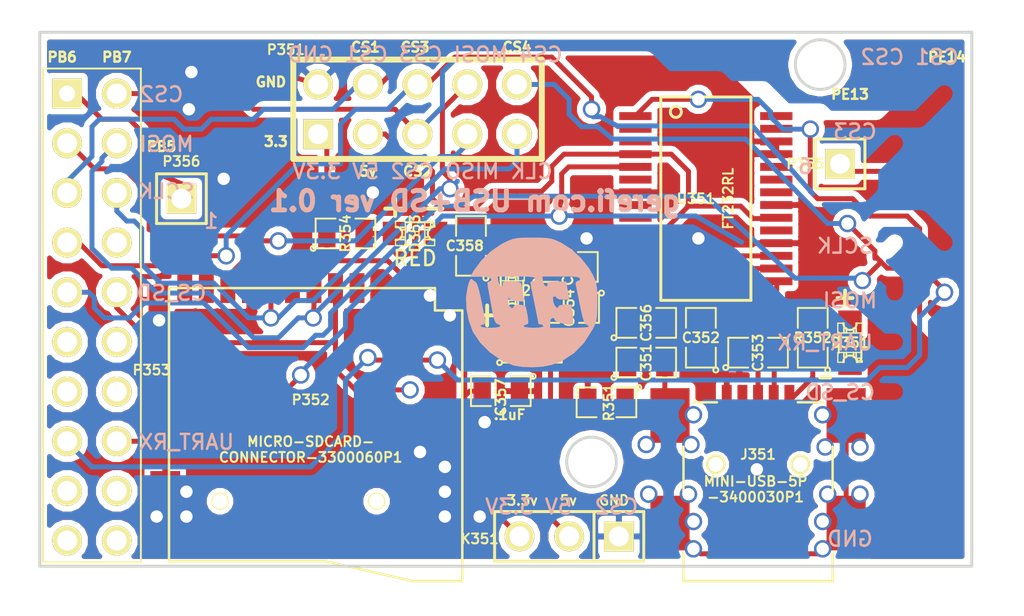
<source format=kicad_pcb>
(kicad_pcb (version 3) (host pcbnew "(2013-07-07 BZR 4022)-stable")
  (title_block (comment 2 Art_Electro) (comment 3 Art_Electro) (comment 4 Art_Electro))
  (layers (15 F.Cu signal) (0 B.Cu signal) (18 B.Paste user) (19 F.Paste user) (20 B.SilkS user) (21 F.SilkS user) (22 B.Mask user) (23 F.Mask user) (28 Edge.Cuts user))
  (net 0 "")
  (net 1 /3.3V)
  (net 2 /5V)
  (net 3 /CAN_TX)
  (net 4 /CS1)
  (net 5 /CS2)
  (net 6 /CS3)
  (net 7 /CS4)
  (net 8 /CS_SD_MODULE)
  (net 9 /SPI_MISO)
  (net 10 /SPI_MOSI)
  (net 11 /SPI_SCK)
  (net 12 /USART_RX)
  (net 13 /USART_TX)
  (net 14 GND)
  (net 15 N-000001)
  (net 16 N-0000017)
  (net 17 N-0000019)
  (net 18 N-000002)
  (net 19 N-000003)
  (net 20 N-0000039)
  (net 21 N-0000048)
  (net 22 N-0000056)
  (net 23 N-0000058)
  (module MICRO-SDCARD-CONNECTOR-3300060P1 (layer F.Cu) (at 190.5 172.339 270)
    (fp_text reference P352 (at -1.778 0.254 360) (layer F.SilkS) (effects (font (size 0.50038 0.50038) (thickness 0.1016))))
    (fp_text value MICRO-SDCARD-CONNECTOR-3300060P1 hide)
    (pad 1 smd rect (at -7.493 -2.114 270) (size 1.524 0.762) (layers F.Cu F.Paste F.Mask))
    (pad 2 smd rect (at -7.493 -1.014 270) (size 1.524 0.762) (layers F.Cu F.Paste F.Mask) (net 8 /CS_SD_MODULE))
    (pad 3 smd rect (at -7.493 0.086 270) (size 1.524 0.762) (layers F.Cu F.Paste F.Mask) (net 10 /SPI_MOSI))
    (pad 4 smd rect (at -7.493 1.186 270) (size 1.524 0.762) (layers F.Cu F.Paste F.Mask) (net 1 /3.3V))
    (pad 5 smd rect (at -7.493 2.286 270) (size 1.524 0.762) (layers F.Cu F.Paste F.Mask) (net 11 /SPI_SCK))
    (pad 6 smd rect (at -7.493 3.386 270) (size 1.524 0.762) (layers F.Cu F.Paste F.Mask) (net 14 GND))
    (pad 7 smd rect (at -7.493 4.486 270) (size 1.524 0.762) (layers F.Cu F.Paste F.Mask) (net 9 /SPI_MISO))
    (pad 8 smd rect (at -7.493 5.586 270) (size 1.524 0.762) (layers F.Cu F.Paste F.Mask))
    (pad 9 smd rect (at -7.493 6.686 270) (size 1.524 0.762) (layers F.Cu F.Paste F.Mask))
    (pad G301 smd rect (at -6.893 8.032 270) (size 1.524 1.016) (layers F.Cu F.Paste F.Mask) (net 14 GND))
    (pad G302 smd rect (at 2.88 7.686 270) (size 2.032 1.524) (layers F.Cu F.Paste F.Mask) (net 14 GND))
    (pad G303 smd rect (at 2.88 -7.714 270) (size 2.032 1.524) (layers F.Cu F.Paste F.Mask) (net 14 GND))
    (pad G304 smd rect (at -7.101 -6.895 270) (size 1.524 1.524) (layers F.Cu F.Paste F.Mask) (net 14 GND))
    (pad "" np_thru_hole circle (at 3.407 4.886 270) (size 0.889 0.889) (drill 0.762) (layers *.Mask F.SilkS))
    (pad "" np_thru_hole circle (at 3.407 -3.114 270) (size 0.889 0.889) (drill 0.762) (layers *.Mask F.SilkS))
  )
  (module SM0805 (layer F.Cu) (at 207.391 168.656)
    (fp_text reference C351 (at 0 0 90) (layer F.SilkS) (effects (font (size 0.50038 0.50038) (thickness 0.1016))))
    (fp_text value 4700pF hide)
    (pad 1 smd rect (at -0.9525 0) (size 0.889 1.397) (layers F.Cu F.Paste F.Mask) (net 14 GND))
    (pad 2 smd rect (at 0.9525 0) (size 0.889 1.397) (layers F.Cu F.Paste F.Mask) (net 18 N-000002))
  )
  (module SM0805 (layer F.Cu) (at 210.185 167.386 90)
    (fp_text reference C352 (at 0 0 180) (layer F.SilkS) (effects (font (size 0.50038 0.50038) (thickness 0.1016))))
    (fp_text value 47pF hide)
    (pad 1 smd rect (at -0.9525 0 90) (size 0.889 1.397) (layers F.Cu F.Paste F.Mask) (net 14 GND))
    (pad 2 smd rect (at 0.9525 0 90) (size 0.889 1.397) (layers F.Cu F.Paste F.Mask) (net 22 N-0000056))
  )
  (module SM0805 (layer F.Cu) (at 213.106 168.148)
    (fp_text reference C353 (at 0 0 90) (layer F.SilkS) (effects (font (size 0.50038 0.50038) (thickness 0.1016))))
    (fp_text value 47pF hide)
    (pad 1 smd rect (at -0.9525 0) (size 0.889 1.397) (layers F.Cu F.Paste F.Mask) (net 14 GND))
    (pad 2 smd rect (at 0.9525 0) (size 0.889 1.397) (layers F.Cu F.Paste F.Mask) (net 19 N-000003))
  )
  (module SM0805 (layer F.Cu) (at 203.454 165.862 180)
    (fp_text reference C354 (at 0 0 270) (layer F.SilkS) (effects (font (size 0.50038 0.50038) (thickness 0.1016))))
    (fp_text value 4.7uF hide)
    (pad 1 smd rect (at -0.9525 0 180) (size 0.889 1.397) (layers F.Cu F.Paste F.Mask) (net 2 /5V))
    (pad 2 smd rect (at 0.9525 0 180) (size 0.889 1.397) (layers F.Cu F.Paste F.Mask) (net 14 GND))
  )
  (module SM0805 (layer F.Cu) (at 203.3905 163.7665)
    (fp_text reference C355 (at 0 0 90) (layer F.SilkS) (effects (font (size 0.50038 0.50038) (thickness 0.1016))))
    (fp_text value .1uF hide)
    (pad 1 smd rect (at -0.9525 0) (size 0.889 1.397) (layers F.Cu F.Paste F.Mask) (net 14 GND))
    (pad 2 smd rect (at 0.9525 0) (size 0.889 1.397) (layers F.Cu F.Paste F.Mask) (net 2 /5V))
  )
  (module SM0805 (layer F.Cu) (at 207.391 166.624)
    (fp_text reference C356 (at 0 0 90) (layer F.SilkS) (effects (font (size 0.50038 0.50038) (thickness 0.1016))))
    (fp_text value .1uF hide)
    (pad 1 smd rect (at -0.9525 0) (size 0.889 1.397) (layers F.Cu F.Paste F.Mask) (net 14 GND))
    (pad 2 smd rect (at 0.9525 0) (size 0.889 1.397) (layers F.Cu F.Paste F.Mask) (net 20 N-0000039))
  )
  (module LED-0805 (layer F.Cu) (at 217.805 167.64 270)
    (fp_text reference D351 (at 0 0 360) (layer F.SilkS) (effects (font (size 0.50038 0.50038) (thickness 0.1016))))
    (fp_text value GREEN hide)
    (pad 1 smd rect (at -1.04902 0 270) (size 1.19888 1.19888) (layers F.Cu F.Paste F.Mask) (net 17 N-0000019))
    (pad 2 smd rect (at 1.04902 0 270) (size 1.19888 1.19888) (layers F.Cu F.Paste F.Mask) (net 14 GND))
  )
  (module LED-0805 (layer F.Cu) (at 200.533 164.973 90)
    (fp_text reference D352 (at 0 0 180) (layer F.SilkS) (effects (font (size 0.50038 0.50038) (thickness 0.1016))))
    (fp_text value RED hide)
    (pad 1 smd rect (at -1.04902 0 90) (size 1.19888 1.19888) (layers F.Cu F.Paste F.Mask) (net 21 N-0000048))
    (pad 2 smd rect (at 1.04902 0 90) (size 1.19888 1.19888) (layers F.Cu F.Paste F.Mask) (net 14 GND))
  )
  (module SM0805 (layer F.Cu) (at 205.359 170.688 180)
    (fp_text reference R351 (at -0.127 0 270) (layer F.SilkS) (effects (font (size 0.50038 0.50038) (thickness 0.1016))))
    (fp_text value 1M hide)
    (pad 1 smd rect (at -0.9525 0 180) (size 0.889 1.397) (layers F.Cu F.Paste F.Mask) (net 18 N-000002))
    (pad 2 smd rect (at 0.9525 0 180) (size 0.889 1.397) (layers F.Cu F.Paste F.Mask) (net 14 GND))
  )
  (module SM0805 (layer F.Cu) (at 215.9 167.386 90)
    (fp_text reference R352 (at 0 0 180) (layer F.SilkS) (effects (font (size 0.50038 0.50038) (thickness 0.1016))))
    (fp_text value 1k hide)
    (pad 1 smd rect (at -0.9525 0 90) (size 0.889 1.397) (layers F.Cu F.Paste F.Mask) (net 15 N-000001))
    (pad 2 smd rect (at 0.9525 0 90) (size 0.889 1.397) (layers F.Cu F.Paste F.Mask) (net 17 N-0000019))
  )
  (module SM0805 (layer F.Cu) (at 201.549 167.894)
    (fp_text reference R353 (at 0 0 90) (layer F.SilkS) (effects (font (size 0.50038 0.50038) (thickness 0.1016))))
    (fp_text value 1k hide)
    (pad 1 smd rect (at -0.9525 0) (size 0.889 1.397) (layers F.Cu F.Paste F.Mask) (net 21 N-0000048))
    (pad 2 smd rect (at 0.9525 0) (size 0.889 1.397) (layers F.Cu F.Paste F.Mask) (net 2 /5V))
  )
  (module ssop-28 (layer F.Cu) (at 210.439 160.274 270)
    (fp_text reference U351 (at 0 0.508 360) (layer F.SilkS) (effects (font (size 0.50038 0.50038) (thickness 0.1016))))
    (fp_text value FT232RL (at 0 -1.143 270) (layer F.SilkS) (effects (font (size 0.50038 0.50038) (thickness 0.09906))))
    (pad 7 smd rect (at -0.32512 3.59918 270) (size 0.4064 1.651) (layers F.Cu F.Paste F.Mask) (net 14 GND))
    (pad 8 smd rect (at 0.32512 3.59918 270) (size 0.4064 1.651) (layers F.Cu F.Paste F.Mask))
    (pad 9 smd rect (at 0.97536 3.59918 270) (size 0.4064 1.651) (layers F.Cu F.Paste F.Mask))
    (pad 10 smd rect (at 1.6256 3.59918 270) (size 0.4064 1.651) (layers F.Cu F.Paste F.Mask))
    (pad 25 smd rect (at -2.27584 -3.59918 270) (size 0.4064 1.651) (layers F.Cu F.Paste F.Mask) (net 14 GND))
    (pad 4 smd rect (at -2.27584 3.59918 270) (size 0.4064 1.651) (layers F.Cu F.Paste F.Mask) (net 2 /5V))
    (pad 5 smd rect (at -1.6256 3.59918 270) (size 0.4064 1.651) (layers F.Cu F.Paste F.Mask) (net 12 /USART_RX))
    (pad 6 smd rect (at -0.97536 3.59918 270) (size 0.4064 1.651) (layers F.Cu F.Paste F.Mask))
    (pad 18 smd rect (at 2.27584 -3.59918 270) (size 0.4064 1.651) (layers F.Cu F.Paste F.Mask) (net 14 GND))
    (pad 19 smd rect (at 1.6256 -3.59918 270) (size 0.4064 1.651) (layers F.Cu F.Paste F.Mask))
    (pad 20 smd rect (at 0.97536 -3.59918 270) (size 0.4064 1.651) (layers F.Cu F.Paste F.Mask) (net 2 /5V))
    (pad 21 smd rect (at 0.32512 -3.59918 270) (size 0.4064 1.651) (layers F.Cu F.Paste F.Mask) (net 14 GND))
    (pad 22 smd rect (at -0.32512 -3.59918 270) (size 0.4064 1.651) (layers F.Cu F.Paste F.Mask))
    (pad 23 smd rect (at -0.97536 -3.59918 270) (size 0.4064 1.651) (layers F.Cu F.Paste F.Mask))
    (pad 11 smd rect (at 2.27584 3.59918 270) (size 0.4064 1.651) (layers F.Cu F.Paste F.Mask))
    (pad 24 smd rect (at -1.6256 -3.59918 270) (size 0.4064 1.651) (layers F.Cu F.Paste F.Mask))
    (pad 26 smd rect (at -2.92608 -3.59918 270) (size 0.4064 1.651) (layers F.Cu F.Paste F.Mask) (net 14 GND))
    (pad 27 smd rect (at -3.57378 -3.59918 270) (size 0.4064 1.651) (layers F.Cu F.Paste F.Mask))
    (pad 28 smd rect (at -4.22402 -3.59918 270) (size 0.4064 1.651) (layers F.Cu F.Paste F.Mask))
    (pad 1 smd rect (at -4.22402 3.59918 270) (size 0.4064 1.651) (layers F.Cu F.Paste F.Mask) (net 13 /USART_TX))
    (pad 2 smd rect (at -3.57378 3.59918 270) (size 0.4064 1.651) (layers F.Cu F.Paste F.Mask))
    (pad 3 smd rect (at -2.92608 3.59918 270) (size 0.4064 1.651) (layers F.Cu F.Paste F.Mask))
    (pad 12 smd rect (at 2.92608 3.59918 270) (size 0.4064 1.651) (layers F.Cu F.Paste F.Mask))
    (pad 13 smd rect (at 3.57378 3.59918 270) (size 0.4064 1.651) (layers F.Cu F.Paste F.Mask))
    (pad 14 smd rect (at 4.22402 3.59918 270) (size 0.4064 1.651) (layers F.Cu F.Paste F.Mask))
    (pad 15 smd rect (at 4.22402 -3.59918 270) (size 0.4064 1.651) (layers F.Cu F.Paste F.Mask) (net 19 N-000003))
    (pad 16 smd rect (at 3.57378 -3.59918 270) (size 0.4064 1.651) (layers F.Cu F.Paste F.Mask) (net 22 N-0000056))
    (pad 17 smd rect (at 2.92608 -3.59918 270) (size 0.4064 1.651) (layers F.Cu F.Paste F.Mask) (net 20 N-0000039))
  )
  (module LED-0805 (layer F.Cu) (at 195.58 162.052)
    (fp_text reference D353 (at 0 0 90) (layer F.SilkS) (effects (font (size 0.50038 0.50038) (thickness 0.1016))))
    (fp_text value RED (at 0 1.27) (layer F.SilkS) (effects (font (size 0.762 0.762) (thickness 0.127))))
    (pad 1 smd rect (at -1.04902 0) (size 1.19888 1.19888) (layers F.Cu F.Paste F.Mask) (net 23 N-0000058))
    (pad 2 smd rect (at 1.04902 0) (size 1.19888 1.19888) (layers F.Cu F.Paste F.Mask) (net 14 GND))
  )
  (module SM0805 (layer F.Cu) (at 192.024 162.052)
    (fp_text reference R354 (at 0 0 90) (layer F.SilkS) (effects (font (size 0.50038 0.50038) (thickness 0.1016))))
    (fp_text value 1k hide)
    (pad 1 smd rect (at -0.9525 0) (size 0.889 1.397) (layers F.Cu F.Paste F.Mask) (net 1 /3.3V))
    (pad 2 smd rect (at 0.9525 0) (size 0.889 1.397) (layers F.Cu F.Paste F.Mask) (net 23 N-0000058))
  )
  (module PIN_ARRAY_3_A (layer F.Cu) (at 203.454 177.546 180)
    (fp_text reference K351 (at 4.572 -0.127 180) (layer F.SilkS) (effects (font (size 0.50038 0.50038) (thickness 0.1016))))
    (fp_text value CONN_3 hide)
    (pad 1 thru_hole rect (at -2.54 0 180) (size 1.524 1.524) (drill 1.016) (layers *.Cu *.Mask F.SilkS) (net 14 GND))
    (pad 2 thru_hole circle (at 0 0 180) (size 1.524 1.524) (drill 1.016) (layers *.Cu *.Mask F.SilkS) (net 2 /5V))
    (pad 3 thru_hole circle (at 2.54 0 180) (size 1.524 1.524) (drill 1.016) (layers *.Cu *.Mask F.SilkS) (net 1 /3.3V))
  )
  (module PIN_ARRAY_10X2 (layer F.Cu) (at 179.07 166.37 270)
    (fp_text reference P353 (at 2.667 -3.048 360) (layer F.SilkS) (effects (font (size 0.50038 0.50038) (thickness 0.1016))))
    (fp_text value CONN_10X2 hide)
    (pad 1 thru_hole rect (at -11.47064 1.27 270) (size 1.524 1.524) (drill 0.8128) (layers *.Cu *.Mask F.SilkS) (net 3 /CAN_TX))
    (pad 2 thru_hole circle (at -11.47064 -1.27 270) (size 1.524 1.524) (drill 1.016) (layers *.Cu *.Mask F.SilkS) (net 5 /CS2))
    (pad 3 thru_hole circle (at -8.93064 1.27 270) (size 1.524 1.524) (drill 1.016) (layers *.Cu *.Mask F.SilkS) (net 9 /SPI_MISO))
    (pad 4 thru_hole circle (at -8.93064 -1.27 270) (size 1.524 1.524) (drill 1.016) (layers *.Cu *.Mask F.SilkS) (net 10 /SPI_MOSI))
    (pad 5 thru_hole circle (at -6.39064 1.27 270) (size 1.524 1.524) (drill 1.016) (layers *.Cu *.Mask F.SilkS) (net 4 /CS1))
    (pad 6 thru_hole circle (at -6.39064 -1.27 270) (size 1.524 1.524) (drill 1.016) (layers *.Cu *.Mask F.SilkS) (net 11 /SPI_SCK))
    (pad 7 thru_hole circle (at -3.85064 1.27 270) (size 1.524 1.524) (drill 1.016) (layers *.Cu *.Mask F.SilkS) (net 6 /CS3))
    (pad 8 thru_hole circle (at -3.85064 -1.27 270) (size 1.524 1.524) (drill 1.016) (layers *.Cu *.Mask F.SilkS))
    (pad 9 thru_hole circle (at -1.31064 1.27 270) (size 1.524 1.524) (drill 1.016) (layers *.Cu *.Mask F.SilkS) (net 7 /CS4))
    (pad 10 thru_hole circle (at -1.31064 -1.27 270) (size 1.524 1.524) (drill 1.016) (layers *.Cu *.Mask F.SilkS) (net 8 /CS_SD_MODULE))
    (pad 11 thru_hole circle (at 1.22936 1.27 270) (size 1.524 1.524) (drill 1.016) (layers *.Cu *.Mask F.SilkS))
    (pad 12 thru_hole circle (at 1.22936 -1.27 270) (size 1.524 1.524) (drill 1.016) (layers *.Cu *.Mask F.SilkS))
    (pad 13 thru_hole circle (at 3.76936 1.27 270) (size 1.524 1.524) (drill 1.016) (layers *.Cu *.Mask F.SilkS))
    (pad 14 thru_hole circle (at 3.76936 -1.27 270) (size 1.524 1.524) (drill 1.016) (layers *.Cu *.Mask F.SilkS))
    (pad 15 thru_hole circle (at 6.30936 1.27 270) (size 1.524 1.524) (drill 1.016) (layers *.Cu *.Mask F.SilkS) (net 13 /USART_TX))
    (pad 16 thru_hole circle (at 6.30936 -1.27 270) (size 1.524 1.524) (drill 1.016) (layers *.Cu *.Mask F.SilkS) (net 12 /USART_RX))
    (pad 17 thru_hole circle (at 8.84936 1.27 270) (size 1.524 1.524) (drill 1.016) (layers *.Cu *.Mask F.SilkS))
    (pad 18 thru_hole circle (at 8.84936 -1.27 270) (size 1.524 1.524) (drill 1.016) (layers *.Cu *.Mask F.SilkS))
    (pad 19 thru_hole circle (at 11.38936 1.27 270) (size 1.524 1.524) (drill 1.016) (layers *.Cu *.Mask F.SilkS))
    (pad 20 thru_hole circle (at 11.38936 -1.27 270) (size 1.524 1.524) (drill 1.016) (layers *.Cu *.Mask F.SilkS))
  )
  (module MINI-USB-5P-3400020P1 (layer F.Cu) (at 213.106 175.26)
    (fp_text reference J351 (at 0 -1.905) (layer F.SilkS) (effects (font (size 0.50038 0.50038) (thickness 0.1016))))
    (fp_text value MINI-USB-5P-3400020P1 hide)
    (pad 5 smd rect (at -1.6 -4.191) (size 0.508 2.54) (layers F.Cu F.Paste F.Mask) (net 14 GND))
    (pad 4 smd rect (at -0.8 -4.191) (size 0.508 2.54) (layers F.Cu F.Paste F.Mask))
    (pad 3 smd rect (at 0 -4.191) (size 0.508 2.54) (layers F.Cu F.Paste F.Mask) (net 22 N-0000056))
    (pad 2 smd rect (at 0.8 -4.191) (size 0.508 2.54) (layers F.Cu F.Paste F.Mask) (net 19 N-000003))
    (pad 1 smd rect (at 1.6 -4.191) (size 0.508 2.54) (layers F.Cu F.Paste F.Mask) (net 15 N-000001))
    (pad 6 smd rect (at -4.5 1.603 90) (size 2.794 2) (layers F.Cu F.Paste F.Mask) (net 18 N-000002))
    (pad 6 smd rect (at 4.5 1.603 90) (size 2.794 2) (layers F.Cu F.Paste F.Mask) (net 18 N-000002))
    (pad 6 smd rect (at -4.5 -3.897 90) (size 2.794 2) (layers F.Cu F.Paste F.Mask) (net 18 N-000002))
    (pad 6 smd rect (at 4.5 -3.897 90) (size 2.794 2) (layers F.Cu F.Paste F.Mask) (net 18 N-000002))
    (pad "" np_thru_hole circle (at -2.159 -1.397 90) (size 1.016 1.016) (drill 0.762) (layers *.Mask F.SilkS))
    (pad "" np_thru_hole circle (at 2.159 -1.397 90) (size 1.016 1.016) (drill 0.762) (layers *.Mask F.SilkS))
  )
  (module PIN_ARRAY_1 (layer F.Cu) (at 217.297 158.496)
    (fp_text reference P355 (at -1.778 0) (layer F.SilkS) (effects (font (size 0.50038 0.50038) (thickness 0.1016))))
    (fp_text value CONN_1 hide)
    (pad 1 thru_hole rect (at 0 0) (size 1.524 1.524) (drill 1.016) (layers *.Cu *.Mask F.SilkS) (net 16 N-0000017))
  )
  (module PIN_ARRAY_5x2 (layer F.Cu) (at 195.707 155.702)
    (fp_text reference P351 (at -6.731 -3.048) (layer F.SilkS) (effects (font (size 0.50038 0.50038) (thickness 0.1016))))
    (fp_text value CONN_5X2 hide)
    (pad 1 thru_hole rect (at -5.08 1.27) (size 1.524 1.524) (drill 1.016) (layers *.Cu *.Mask F.SilkS) (net 1 /3.3V))
    (pad 2 thru_hole circle (at -5.08 -1.27) (size 1.524 1.524) (drill 1.016) (layers *.Cu *.Mask F.SilkS) (net 14 GND))
    (pad 3 thru_hole circle (at -2.54 1.27) (size 1.524 1.524) (drill 1.016) (layers *.Cu *.Mask F.SilkS) (net 2 /5V))
    (pad 4 thru_hole circle (at -2.54 -1.27) (size 1.524 1.524) (drill 1.016) (layers *.Cu *.Mask F.SilkS) (net 4 /CS1))
    (pad 5 thru_hole circle (at 0 1.27) (size 1.524 1.524) (drill 1.016) (layers *.Cu *.Mask F.SilkS) (net 5 /CS2))
    (pad 6 thru_hole circle (at 0 -1.27) (size 1.524 1.524) (drill 1.016) (layers *.Cu *.Mask F.SilkS) (net 6 /CS3))
    (pad 7 thru_hole circle (at 2.54 1.27) (size 1.524 1.524) (drill 1.016) (layers *.Cu *.Mask F.SilkS) (net 9 /SPI_MISO))
    (pad 8 thru_hole circle (at 2.54 -1.27) (size 1.524 1.524) (drill 1.016) (layers *.Cu *.Mask F.SilkS) (net 10 /SPI_MOSI))
    (pad 9 thru_hole circle (at 5.08 1.27) (size 1.524 1.524) (drill 1.016) (layers *.Cu *.Mask F.SilkS) (net 11 /SPI_SCK))
    (pad 10 thru_hole circle (at 5.08 -1.27) (size 1.524 1.524) (drill 1.016) (layers *.Cu *.Mask F.SilkS) (net 7 /CS4))
  )
  (module PIN_ARRAY_1 (layer F.Cu) (at 183.642 160.274)
    (fp_text reference P356 (at 0 -1.905) (layer F.SilkS) (effects (font (size 0.50038 0.50038) (thickness 0.1016))))
    (fp_text value CONN_1 hide)
    (pad 1 thru_hole rect (at 0 0) (size 1.524 1.524) (drill 1.016) (layers *.Cu *.Mask F.SilkS) (net 3 /CAN_TX))
  )
  (module LOGO_F (layer B.Cu) (at 201.549 165.608)
    (fp_text reference G305 hide)
    (fp_text value LOGO hide)
  )
  (module SM0805 (layer F.Cu) (at 199.9615 170.1165 180)
    (fp_text reference C357 (at 0 -0.3175 270) (layer F.SilkS) (effects (font (size 0.50038 0.50038) (thickness 0.10922))))
    (fp_text value .1uF (at -0.4445 -1.2065 180) (layer F.SilkS) (effects (font (size 0.50038 0.50038) (thickness 0.10922))))
    (pad 1 smd rect (at -0.9525 0 180) (size 0.889 1.397) (layers F.Cu F.Paste F.Mask) (net 14 GND))
    (pad 2 smd rect (at 0.9525 0 180) (size 0.889 1.397) (layers F.Cu F.Paste F.Mask) (net 1 /3.3V))
  )
  (module SM0805 (layer F.Cu) (at 198.4375 162.687 90)
    (fp_text reference C358 (at 0 -0.3175 180) (layer F.SilkS) (effects (font (size 0.50038 0.50038) (thickness 0.10922))))
    (fp_text value 4.7uF hide)
    (pad 1 smd rect (at -0.9525 0 90) (size 0.889 1.397) (layers F.Cu F.Paste F.Mask) (net 1 /3.3V))
    (pad 2 smd rect (at 0.9525 0 90) (size 0.889 1.397) (layers F.Cu F.Paste F.Mask) (net 14 GND))
  )
  (gr_text 6 (at 215.519 158.623) (layer B.SilkS) (effects (font (size 0.762 0.762) (thickness 0.127)) (justify mirror)))
  (gr_text 1 (at 185.166 161.417) (layer B.SilkS) (effects (font (size 0.762 0.762) (thickness 0.127)) (justify mirror)))
  (gr_text "CLK MISO CS2 5V 3.3V" (at 195.961 158.877) (layer B.SilkS) (effects (font (size 0.762 0.762) (thickness 0.127)) (justify mirror)))
  (gr_text "CS4 MOSI CS3 CS1 GND" (at 196.088 152.908) (layer B.SilkS) (effects (font (size 0.762 0.762) (thickness 0.127)) (justify mirror)))
  (gr_text "CS2  5V 3.3V" (at 203.073 176.022) (layer B.SilkS) (effects (font (size 0.762 0.762) (thickness 0.127)) (justify mirror)))
  (gr_text MOSI (at 182.88 157.48) (layer B.SilkS) (effects (font (size 0.762 0.762) (thickness 0.127)) (justify mirror)))
  (gr_text UART_RX (at 183.896 172.72) (layer B.SilkS) (effects (font (size 0.762 0.762) (thickness 0.127)) (justify mirror)))
  (gr_text CS_SD (at 183.134 165.1) (layer B.SilkS) (effects (font (size 0.762 0.762) (thickness 0.127)) (justify mirror)))
  (gr_text SCLK (at 182.88 159.893) (layer B.SilkS) (effects (font (size 0.762 0.762) (thickness 0.127)) (justify mirror)))
  (gr_text GND (at 217.805 177.673) (layer B.SilkS) (effects (font (size 0.762 0.762) (thickness 0.127)) (justify mirror)))
  (gr_text CS_SD (at 217.297 170.18) (layer B.SilkS) (effects (font (size 0.762 0.762) (thickness 0.127)) (justify mirror)))
  (gr_text UART_RX (at 216.535 167.64) (layer B.SilkS) (effects (font (size 0.762 0.762) (thickness 0.127)) (justify mirror)))
  (gr_text CS2 (at 182.626 154.94) (layer B.SilkS) (effects (font (size 0.762 0.762) (thickness 0.127)) (justify mirror)))
  (gr_text MOSI (at 217.805 165.481) (layer B.SilkS) (effects (font (size 0.762 0.762) (thickness 0.127)) (justify mirror)))
  (gr_text SCLK (at 217.551 162.687) (layer B.SilkS) (effects (font (size 0.762 0.762) (thickness 0.127)) (justify mirror)))
  (gr_text CS3 (at 218.059 156.845) (layer B.SilkS) (effects (font (size 0.762 0.762) (thickness 0.127)) (justify mirror)))
  (gr_text "CS1 CS2" (at 220.853 153.035) (layer B.SilkS) (effects (font (size 0.762 0.762) (thickness 0.127)) (justify mirror)))
  (gr_line (start 194.945 160.782) (end 195.072 160.782) (angle 90) (layer F.SilkS) (width 0.2))
  (gr_line (start 194.564 161.163) (end 194.564 160.274) (angle 90) (layer F.SilkS) (width 0.2))
  (gr_line (start 194.056 160.782) (end 194.945 160.782) (angle 90) (layer F.SilkS) (width 0.2))
  (gr_line (start 196.215 160.782) (end 196.977 160.782) (angle 90) (layer F.SilkS) (width 0.2))
  (gr_line (start 199.263 165.735) (end 199.263 166.751) (angle 90) (layer F.SilkS) (width 0.2))
  (gr_line (start 198.882 166.243) (end 199.644 166.243) (angle 90) (layer F.SilkS) (width 0.2))
  (gr_line (start 200.152 162.814) (end 200.787 162.814) (angle 90) (layer F.SilkS) (width 0.2))
  (gr_line (start 216.789 169.418) (end 216.281 169.418) (angle 90) (layer F.SilkS) (width 0.2))
  (gr_line (start 217.551 165.735) (end 217.551 164.973) (angle 90) (layer F.SilkS) (width 0.2))
  (gr_line (start 217.17 165.354) (end 217.932 165.354) (angle 90) (layer F.SilkS) (width 0.2))
  (gr_text PB5 (at 182.626 157.607) (layer F.SilkS) (effects (font (size 0.50038 0.50038) (thickness 0.125095))))
  (gr_text CS2 (at 195.707 158.877) (layer F.SilkS) (effects (font (size 0.50038 0.50038) (thickness 0.125095))))
  (gr_text CS4 (at 200.787 152.527) (layer F.SilkS) (effects (font (size 0.50038 0.50038) (thickness 0.125095))))
  (gr_text CS3 (at 195.58 152.527) (layer F.SilkS) (effects (font (size 0.50038 0.50038) (thickness 0.125095))))
  (gr_text CS1 (at 193.04 152.527) (layer F.SilkS) (effects (font (size 0.50038 0.50038) (thickness 0.125095))))
  (gr_text 5v (at 193.167 158.877) (layer F.SilkS) (effects (font (size 0.50038 0.50038) (thickness 0.125095))))
  (gr_text 3.3 (at 188.468 157.353) (layer F.SilkS) (effects (font (size 0.50038 0.50038) (thickness 0.125095))))
  (gr_text PB7 (at 180.34 153.035) (layer F.SilkS) (effects (font (size 0.50038 0.50038) (thickness 0.125095))))
  (gr_text PB6 (at 177.546 153.035) (layer F.SilkS) (effects (font (size 0.50038 0.50038) (thickness 0.125095))))
  (gr_text GND (at 188.214 154.305) (layer F.SilkS) (effects (font (size 0.50038 0.50038) (thickness 0.125095))))
  (gr_text PE14 (at 222.758 153.035) (layer F.SilkS) (effects (font (size 0.50038 0.50038) (thickness 0.125095))))
  (gr_text PE13 (at 217.805 154.94) (layer F.SilkS) (effects (font (size 0.50038 0.50038) (thickness 0.125095))))
  (gr_text "3.3v   5v   GND" (at 203.3905 175.7045) (layer F.SilkS) (effects (font (size 0.50038 0.50038) (thickness 0.1016))))
  (gr_text "gerefi.com USB+SD ver 0.1" (at 198.628 160.401) (layer B.SilkS) (effects (font (size 1 1) (thickness 0.25)) (justify mirror)))
  (gr_text "MINI-USB-5P\n-3400030P1" (at 212.979 175.133) (layer F.SilkS) (effects (font (size 0.50038 0.50038) (thickness 0.1016))))
  (gr_text "MICRO-SDCARD-\nCONNECTOR-3300060P1" (at 190.246 173.101) (layer F.SilkS) (effects (font (size 0.50038 0.50038) (thickness 0.1016))))
  (gr_line (start 224.028 179.07) (end 224.028 151.765) (angle 90) (layer Edge.Cuts) (width 0.15))
  (gr_line (start 224.028 151.765) (end 176.403 151.765) (angle 90) (layer Edge.Cuts) (width 0.15))
  (gr_line (start 176.403 179.07) (end 224.028 179.07) (angle 90) (layer Edge.Cuts) (width 0.15))
  (gr_line (start 176.403 151.765) (end 176.403 179.07) (angle 90) (layer Edge.Cuts) (width 0.15))
  (gr_circle (center 204.597 173.736) (end 205.867 173.736) (layer Edge.Cuts) (width 0.15))
  (gr_circle (center 216.281 153.416) (end 217.551 153.416) (layer Edge.Cuts) (width 0.15))
  (segment (start 198.12 172.466) (end 198.12 173.482) (width 0.254) (layer F.Cu) (net 1))
  (segment (start 198.12 170.3705) (end 198.12 172.466) (width 0.254) (layer F.Cu) (net 1))
  (segment (start 199.644 176.276) (end 200.914 177.546) (width 0.254) (layer F.Cu) (net 1))
  (segment (start 199.644 174.1805) (end 199.644 176.276) (width 0.254) (layer F.Cu) (net 1))
  (segment (start 199.1995 173.736) (end 199.644 174.1805) (width 0.254) (layer F.Cu) (net 1))
  (segment (start 198.374 173.736) (end 199.1995 173.736) (width 0.254) (layer F.Cu) (net 1))
  (segment (start 198.12 173.482) (end 198.374 173.736) (width 0.254) (layer F.Cu) (net 1))
  (segment (start 198.4375 163.6395) (end 195.326 163.6395) (width 0.254) (layer F.Cu) (net 1))
  (segment (start 195.326 163.6395) (end 194.84975 164.11575) (width 0.254) (layer F.Cu) (net 1))
  (segment (start 199.009 170.1165) (end 198.374 170.1165) (width 0.254) (layer F.Cu) (net 1))
  (segment (start 198.374 170.1165) (end 198.12 170.3705) (width 0.254) (layer F.Cu) (net 1))
  (segment (start 191.0715 162.052) (end 191.0715 157.4165) (width 0.254) (layer F.Cu) (net 1))
  (segment (start 191.0715 157.4165) (end 190.627 156.972) (width 0.254) (layer F.Cu) (net 1))
  (segment (start 191.0715 162.052) (end 191.0715 163.449) (width 0.254) (layer F.Cu) (net 1))
  (segment (start 191.0715 163.449) (end 191.135 163.449) (width 0.254) (layer F.Cu) (net 1))
  (segment (start 190.5635 163.449) (end 189.865 163.449) (width 0.254) (layer F.Cu) (net 1))
  (segment (start 190.627 163.449) (end 191.135 163.449) (width 0.254) (layer F.Cu) (net 1))
  (segment (start 190.5635 163.449) (end 190.627 163.449) (width 0.254) (layer F.Cu) (net 1))
  (segment (start 189.865 163.449) (end 189.314 164) (width 0.254) (layer F.Cu) (net 1))
  (segment (start 189.314 164) (end 189.314 164.846) (width 0.254) (layer F.Cu) (net 1))
  (segment (start 195.453 164.719) (end 195.453 165.862) (width 0.254) (layer F.Cu) (net 1))
  (segment (start 195.453 165.862) (end 196.977 167.386) (width 0.254) (layer F.Cu) (net 1))
  (segment (start 196.977 167.386) (end 198.12 168.529) (width 0.254) (layer F.Cu) (net 1))
  (segment (start 198.12 168.529) (end 198.12 170.3705) (width 0.254) (layer F.Cu) (net 1))
  (segment (start 191.135 163.449) (end 194.183 163.449) (width 0.254) (layer F.Cu) (net 1))
  (segment (start 194.183 163.449) (end 194.84975 164.11575) (width 0.254) (layer F.Cu) (net 1))
  (segment (start 194.84975 164.11575) (end 195.453 164.719) (width 0.254) (layer F.Cu) (net 1))
  (segment (start 202.5015 167.894) (end 202.5015 171.7675) (width 0.254) (layer F.Cu) (net 2))
  (segment (start 201.549 175.641) (end 203.454 177.546) (width 0.254) (layer F.Cu) (net 2))
  (segment (start 201.549 172.72) (end 201.549 175.641) (width 0.254) (layer F.Cu) (net 2))
  (segment (start 202.5015 171.7675) (end 201.549 172.72) (width 0.254) (layer F.Cu) (net 2))
  (segment (start 204.4065 165.862) (end 204.4065 163.83) (width 0.254) (layer F.Cu) (net 2))
  (segment (start 204.4065 163.83) (end 204.343 163.7665) (width 0.254) (layer F.Cu) (net 2))
  (segment (start 193.167 156.972) (end 194.056 156.972) (width 0.254) (layer F.Cu) (net 2))
  (segment (start 202.565 159.385) (end 202.565 158.623) (width 0.254) (layer F.Cu) (net 2))
  (segment (start 202.565 158.623) (end 203.18984 157.99816) (width 0.254) (layer F.Cu) (net 2))
  (segment (start 203.18984 157.99816) (end 206.83982 157.99816) (width 0.254) (layer F.Cu) (net 2))
  (segment (start 198.12 160.782) (end 197.739 160.782) (width 0.254) (layer F.Cu) (net 2))
  (segment (start 198.628 160.782) (end 198.12 160.782) (width 0.254) (layer F.Cu) (net 2))
  (segment (start 202.057 159.893) (end 202.565 159.385) (width 0.254) (layer F.Cu) (net 2))
  (segment (start 199.517 159.893) (end 198.628 160.782) (width 0.254) (layer F.Cu) (net 2))
  (segment (start 200.787 159.893) (end 199.517 159.893) (width 0.254) (layer F.Cu) (net 2))
  (segment (start 200.787 159.893) (end 202.057 159.893) (width 0.254) (layer F.Cu) (net 2))
  (segment (start 196.977 160.782) (end 197.739 160.782) (width 0.254) (layer F.Cu) (net 2))
  (segment (start 196.469 160.274) (end 196.977 160.782) (width 0.254) (layer F.Cu) (net 2))
  (segment (start 196.469 158.877) (end 196.469 160.274) (width 0.254) (layer F.Cu) (net 2))
  (segment (start 195.961 158.369) (end 196.469 158.877) (width 0.254) (layer F.Cu) (net 2))
  (segment (start 194.945 158.369) (end 195.961 158.369) (width 0.254) (layer F.Cu) (net 2))
  (segment (start 194.564 157.988) (end 194.945 158.369) (width 0.254) (layer F.Cu) (net 2))
  (segment (start 194.564 157.48) (end 194.564 157.988) (width 0.254) (layer F.Cu) (net 2))
  (segment (start 194.056 156.972) (end 194.564 157.48) (width 0.254) (layer F.Cu) (net 2))
  (segment (start 209.55 160.655) (end 212.217 160.655) (width 0.254) (layer F.Cu) (net 2))
  (segment (start 213.99754 161.29) (end 214.03818 161.24936) (width 0.254) (layer F.Cu) (net 2))
  (segment (start 212.852 161.29) (end 213.99754 161.29) (width 0.254) (layer F.Cu) (net 2))
  (segment (start 212.598 161.036) (end 212.852 161.29) (width 0.254) (layer F.Cu) (net 2))
  (segment (start 212.217 160.655) (end 212.598 161.036) (width 0.254) (layer F.Cu) (net 2))
  (segment (start 209.55 159.258) (end 209.55 158.877) (width 0.254) (layer F.Cu) (net 2))
  (segment (start 209.55 160.655) (end 209.55 159.258) (width 0.254) (layer F.Cu) (net 2))
  (segment (start 208.67116 157.99816) (end 206.83982 157.99816) (width 0.254) (layer F.Cu) (net 2))
  (segment (start 209.55 158.877) (end 208.67116 157.99816) (width 0.254) (layer F.Cu) (net 2))
  (segment (start 208.534 163.957) (end 208.534 164.592) (width 0.254) (layer F.Cu) (net 2))
  (segment (start 208.534 162.179) (end 208.534 163.957) (width 0.254) (layer F.Cu) (net 2))
  (segment (start 205.0415 165.227) (end 204.4065 165.862) (width 0.254) (layer F.Cu) (net 2))
  (segment (start 207.899 165.227) (end 205.0415 165.227) (width 0.254) (layer F.Cu) (net 2))
  (segment (start 208.534 164.592) (end 207.899 165.227) (width 0.254) (layer F.Cu) (net 2))
  (segment (start 202.5015 167.894) (end 203.454 167.894) (width 0.254) (layer F.Cu) (net 2))
  (segment (start 204.4065 166.9415) (end 204.4065 165.862) (width 0.254) (layer F.Cu) (net 2))
  (segment (start 203.454 167.894) (end 204.4065 166.9415) (width 0.254) (layer F.Cu) (net 2))
  (segment (start 208.534 162.052) (end 208.534 161.671) (width 0.254) (layer F.Cu) (net 2))
  (segment (start 208.534 161.671) (end 209.55 160.655) (width 0.254) (layer F.Cu) (net 2))
  (segment (start 209.55 160.655) (end 209.59064 160.61436) (width 0.254) (layer F.Cu) (net 2))
  (segment (start 209.50936 160.61436) (end 209.59064 160.61436) (width 0.254) (layer F.Cu) (net 2))
  (segment (start 177.8 154.89936) (end 178.26736 154.89936) (width 0.254) (layer F.Cu) (net 3))
  (segment (start 183.642 159.512) (end 183.642 160.274) (width 0.254) (layer F.Cu) (net 3))
  (segment (start 181.61 158.623) (end 183.642 159.512) (width 0.254) (layer F.Cu) (net 3))
  (segment (start 181.61 156.845) (end 181.61 158.623) (width 0.254) (layer F.Cu) (net 3))
  (segment (start 180.975 156.21) (end 181.61 156.845) (width 0.254) (layer F.Cu) (net 3))
  (segment (start 179.578 156.21) (end 180.975 156.21) (width 0.254) (layer F.Cu) (net 3))
  (segment (start 178.26736 154.89936) (end 179.578 156.21) (width 0.254) (layer F.Cu) (net 3))
  (segment (start 193.802 154.432) (end 195.707 152.527) (width 0.254) (layer F.Cu) (net 4))
  (segment (start 195.707 152.527) (end 203.1365 152.527) (width 0.254) (layer F.Cu) (net 4))
  (segment (start 203.1365 152.527) (end 203.2 152.527) (width 0.254) (layer F.Cu) (net 4))
  (segment (start 193.167 154.432) (end 193.802 154.432) (width 0.254) (layer F.Cu) (net 4))
  (segment (start 193.167 154.432) (end 192.659 154.432) (width 0.254) (layer B.Cu) (net 4))
  (segment (start 183.769 156.718) (end 184.658 156.718) (width 0.254) (layer B.Cu) (net 4))
  (segment (start 184.658 156.718) (end 185.166 156.21) (width 0.254) (layer B.Cu) (net 4))
  (segment (start 185.166 156.21) (end 187.325 156.21) (width 0.254) (layer B.Cu) (net 4))
  (segment (start 183.261 156.21) (end 183.769 156.718) (width 0.254) (layer B.Cu) (net 4))
  (segment (start 179.451 156.21) (end 183.261 156.21) (width 0.254) (layer B.Cu) (net 4))
  (segment (start 179.07 158.115) (end 179.07 156.591) (width 0.254) (layer B.Cu) (net 4))
  (segment (start 177.8 159.385) (end 179.07 158.115) (width 0.254) (layer B.Cu) (net 4))
  (segment (start 177.8 159.385) (end 177.8 159.97936) (width 0.254) (layer B.Cu) (net 4))
  (segment (start 179.07 156.591) (end 179.451 156.21) (width 0.254) (layer B.Cu) (net 4))
  (segment (start 187.833 155.702) (end 187.325 156.21) (width 0.254) (layer B.Cu) (net 4))
  (segment (start 191.389 155.702) (end 187.833 155.702) (width 0.254) (layer B.Cu) (net 4))
  (segment (start 192.659 154.432) (end 191.389 155.702) (width 0.254) (layer B.Cu) (net 4))
  (segment (start 193.802 154.559) (end 193.167 154.559) (width 0.254) (layer F.Cu) (net 4))
  (segment (start 196.977 154.051) (end 196.977 153.797) (width 0.254) (layer B.Cu) (net 5))
  (segment (start 196.977 153.797) (end 197.612 153.162) (width 0.254) (layer B.Cu) (net 5))
  (segment (start 195.707 156.972) (end 195.707 156.845) (width 0.254) (layer B.Cu) (net 5))
  (segment (start 196.977 155.575) (end 196.977 154.051) (width 0.254) (layer B.Cu) (net 5))
  (segment (start 196.977 154.051) (end 196.977 154.000202) (width 0.254) (layer B.Cu) (net 5))
  (segment (start 195.707 156.845) (end 196.977 155.575) (width 0.254) (layer B.Cu) (net 5))
  (segment (start 180.34 154.89936) (end 186.52236 154.89936) (width 0.254) (layer F.Cu) (net 5))
  (segment (start 194.564 155.702) (end 195.707 156.972) (width 0.254) (layer F.Cu) (net 5))
  (segment (start 187.325 155.702) (end 194.564 155.702) (width 0.254) (layer F.Cu) (net 5))
  (segment (start 186.52236 154.89936) (end 187.325 155.702) (width 0.254) (layer F.Cu) (net 5))
  (segment (start 201.422 153.035) (end 202.565 153.035) (width 0.254) (layer F.Cu) (net 6))
  (segment (start 196.215 154.432) (end 197.612 153.035) (width 0.254) (layer F.Cu) (net 6))
  (segment (start 197.612 153.035) (end 201.422 153.035) (width 0.254) (layer F.Cu) (net 6))
  (segment (start 195.707 154.432) (end 196.215 154.432) (width 0.254) (layer F.Cu) (net 6))
  (segment (start 204.597 155.067) (end 204.597 155.702) (width 0.254) (layer F.Cu) (net 6))
  (segment (start 202.565 153.035) (end 204.597 155.067) (width 0.254) (layer F.Cu) (net 6))
  (segment (start 191.77 158.496) (end 189.611 158.496) (width 0.254) (layer B.Cu) (net 6))
  (segment (start 178.39436 162.51936) (end 179.578 163.703) (width 0.254) (layer F.Cu) (net 6))
  (segment (start 179.578 163.703) (end 182.372 163.703) (width 0.254) (layer F.Cu) (net 6))
  (segment (start 182.372 163.703) (end 182.88 163.195) (width 0.254) (layer F.Cu) (net 6))
  (segment (start 177.8 162.51936) (end 178.39436 162.51936) (width 0.254) (layer F.Cu) (net 6))
  (segment (start 182.88 163.195) (end 185.928 163.195) (width 0.254) (layer F.Cu) (net 6))
  (via (at 185.928 163.195) (size 0.889) (layers F.Cu B.Cu) (net 6))
  (segment (start 195.453 154.432) (end 194.183 155.702) (width 0.254) (layer B.Cu) (net 6))
  (segment (start 194.183 155.702) (end 192.532 155.702) (width 0.254) (layer B.Cu) (net 6))
  (segment (start 192.532 155.702) (end 191.77 156.464) (width 0.254) (layer B.Cu) (net 6))
  (segment (start 191.77 156.464) (end 191.77 158.496) (width 0.254) (layer B.Cu) (net 6))
  (segment (start 195.453 154.432) (end 195.707 154.432) (width 0.254) (layer B.Cu) (net 6))
  (segment (start 185.928 162.179) (end 185.928 163.195) (width 0.254) (layer B.Cu) (net 6))
  (segment (start 189.611 158.496) (end 185.928 162.179) (width 0.254) (layer B.Cu) (net 6))
  (segment (start 205.905101 156.552899) (end 212.813899 156.552899) (width 0.254) (layer B.Cu) (net 6))
  (segment (start 212.813899 156.552899) (end 215.9 160.02) (width 0.254) (layer B.Cu) (net 6))
  (segment (start 204.597 155.702) (end 204.292202 155.702) (width 0.254) (layer B.Cu) (net 6))
  (via (at 204.597 155.702) (size 0.889) (layers F.Cu B.Cu) (net 6))
  (segment (start 205.054202 156.083) (end 205.905101 156.552899) (width 0.254) (layer B.Cu) (net 6))
  (segment (start 204.673202 156.083) (end 205.054202 156.083) (width 0.254) (layer B.Cu) (net 6))
  (segment (start 204.292202 155.702) (end 204.673202 156.083) (width 0.254) (layer B.Cu) (net 6))
  (segment (start 204.346 155.702) (end 204.597 155.702) (width 0.254) (layer F.Cu) (net 6))
  (segment (start 205.905101 156.552899) (end 205.943202 156.591) (width 0.254) (layer B.Cu) (net 6))
  (segment (start 200.787 154.432) (end 202.692 154.432) (width 0.254) (layer B.Cu) (net 7))
  (segment (start 212.471 157.226) (end 205.67762 157.226) (width 0.254) (layer B.Cu) (net 7))
  (segment (start 212.471 157.226) (end 216.662 161.544) (width 0.254) (layer B.Cu) (net 7))
  (segment (start 216.662 161.544) (end 217.678 161.544) (width 0.254) (layer B.Cu) (net 7))
  (via (at 217.678 161.544) (size 0.889) (layers F.Cu B.Cu) (net 7))
  (segment (start 217.678 161.544) (end 219.075 162.941) (width 0.254) (layer F.Cu) (net 7))
  (segment (start 219.075 162.941) (end 219.075 163.322) (width 0.254) (layer F.Cu) (net 7))
  (segment (start 205.67762 157.226) (end 204.91562 156.591) (width 0.254) (layer B.Cu) (net 7))
  (segment (start 204.089 156.591) (end 204.91562 156.591) (width 0.254) (layer B.Cu) (net 7))
  (segment (start 203.454 155.956) (end 204.089 156.591) (width 0.254) (layer B.Cu) (net 7))
  (segment (start 203.454 155.194) (end 203.454 155.956) (width 0.254) (layer B.Cu) (net 7))
  (segment (start 202.692 154.432) (end 203.454 155.194) (width 0.254) (layer B.Cu) (net 7))
  (segment (start 216.408 164.338) (end 218.313 164.338) (width 0.254) (layer B.Cu) (net 7))
  (segment (start 210.439 160.147) (end 214.999418 164.338) (width 0.254) (layer B.Cu) (net 7))
  (segment (start 214.999418 164.338) (end 216.408 164.338) (width 0.254) (layer B.Cu) (net 7))
  (segment (start 191.262 166.497) (end 191.262 166.116) (width 0.254) (layer B.Cu) (net 7))
  (segment (start 198.577202 160.147) (end 205.994 160.147) (width 0.254) (layer B.Cu) (net 7))
  (segment (start 197.815202 160.655) (end 198.577202 160.147) (width 0.254) (layer B.Cu) (net 7))
  (segment (start 196.723 160.655) (end 197.815202 160.655) (width 0.254) (layer B.Cu) (net 7))
  (segment (start 191.262 166.116) (end 196.723 160.655) (width 0.254) (layer B.Cu) (net 7))
  (segment (start 205.994 160.147) (end 210.439 160.147) (width 0.254) (layer B.Cu) (net 7))
  (segment (start 219.329 163.576) (end 219.329 163.449) (width 0.254) (layer F.Cu) (net 7))
  (segment (start 219.3925 163.5125) (end 219.329 163.576) (width 0.254) (layer F.Cu) (net 7))
  (segment (start 218.44 164.465) (end 219.3925 163.5125) (width 0.254) (layer F.Cu) (net 7))
  (via (at 218.44 164.465) (size 0.889) (layers F.Cu B.Cu) (net 7))
  (segment (start 218.313 164.338) (end 218.44 164.465) (width 0.254) (layer B.Cu) (net 7))
  (segment (start 177.8 165.05936) (end 178.90236 165.05936) (width 0.254) (layer B.Cu) (net 7))
  (segment (start 191.262 166.878) (end 191.262 166.497) (width 0.254) (layer B.Cu) (net 7))
  (segment (start 191.262 166.497) (end 191.262 166.455948) (width 0.254) (layer B.Cu) (net 7))
  (segment (start 190.881 167.259) (end 191.262 166.878) (width 0.254) (layer B.Cu) (net 7))
  (segment (start 190.5 167.259) (end 190.881 167.259) (width 0.254) (layer B.Cu) (net 7))
  (segment (start 189.865 167.894) (end 190.5 167.259) (width 0.254) (layer B.Cu) (net 7))
  (segment (start 187.071 167.894) (end 189.865 167.894) (width 0.254) (layer B.Cu) (net 7))
  (segment (start 184.785 165.608) (end 187.071 167.894) (width 0.254) (layer B.Cu) (net 7))
  (segment (start 181.737 165.608) (end 184.785 165.608) (width 0.254) (layer B.Cu) (net 7))
  (segment (start 180.975 166.37) (end 181.737 165.608) (width 0.254) (layer B.Cu) (net 7))
  (segment (start 179.705 166.37) (end 180.975 166.37) (width 0.254) (layer B.Cu) (net 7))
  (segment (start 179.197 165.862) (end 179.705 166.37) (width 0.254) (layer B.Cu) (net 7))
  (segment (start 179.197 165.354) (end 179.197 165.862) (width 0.254) (layer B.Cu) (net 7))
  (segment (start 178.90236 165.05936) (end 179.197 165.354) (width 0.254) (layer B.Cu) (net 7))
  (segment (start 219.202 163.322) (end 219.075 163.195) (width 0.254) (layer F.Cu) (net 7))
  (segment (start 219.075 163.195) (end 219.329 163.449) (width 0.254) (layer F.Cu) (net 7))
  (segment (start 219.329 163.449) (end 219.71 163.83) (width 0.254) (layer F.Cu) (net 7))
  (segment (start 220.726 163.83) (end 221.361 164.465) (width 0.254) (layer F.Cu) (net 7))
  (segment (start 221.361 164.465) (end 221.361 166.3065) (width 0.254) (layer F.Cu) (net 7))
  (segment (start 221.361 166.3065) (end 221.361 166.32936) (width 0.254) (layer F.Cu) (net 7))
  (segment (start 219.71 163.83) (end 220.726 163.83) (width 0.254) (layer F.Cu) (net 7))
  (segment (start 191.514 167.638) (end 191.514 169.035) (width 0.254) (layer F.Cu) (net 8))
  (via (at 195.326 170.053) (size 0.889) (layers F.Cu B.Cu) (net 8))
  (segment (start 192.532 170.053) (end 195.326 170.053) (width 0.254) (layer F.Cu) (net 8))
  (segment (start 191.514 169.035) (end 192.532 170.053) (width 0.254) (layer F.Cu) (net 8))
  (segment (start 180.34 165.05936) (end 180.34 165.862) (width 0.254) (layer F.Cu) (net 8))
  (segment (start 182.116 167.638) (end 191.514 167.638) (width 0.254) (layer F.Cu) (net 8))
  (segment (start 191.514 164.846) (end 191.514 167.638) (width 0.254) (layer F.Cu) (net 8))
  (segment (start 180.34 165.862) (end 182.116 167.638) (width 0.254) (layer F.Cu) (net 8))
  (segment (start 198.247 156.972) (end 198.501 156.972) (width 0.254) (layer B.Cu) (net 9))
  (segment (start 198.247 156.972) (end 198.247 157.48) (width 0.254) (layer B.Cu) (net 9))
  (segment (start 187.452 162.433) (end 187.198 162.433) (width 0.254) (layer F.Cu) (net 9))
  (segment (start 188.595 162.433) (end 187.452 162.433) (width 0.254) (layer F.Cu) (net 9))
  (via (at 188.595 162.433) (size 0.889) (layers F.Cu B.Cu) (net 9))
  (segment (start 192.532 162.433) (end 188.595 162.433) (width 0.254) (layer B.Cu) (net 9))
  (segment (start 196.85 158.115) (end 192.532 162.433) (width 0.254) (layer B.Cu) (net 9))
  (segment (start 197.612 158.115) (end 196.85 158.115) (width 0.254) (layer B.Cu) (net 9))
  (segment (start 198.247 157.48) (end 197.612 158.115) (width 0.254) (layer B.Cu) (net 9))
  (segment (start 181.991 160.02) (end 181.991 161.848798) (width 0.254) (layer F.Cu) (net 9))
  (segment (start 177.8 157.43936) (end 177.88636 157.43936) (width 0.254) (layer F.Cu) (net 9))
  (segment (start 180.721 158.75) (end 181.991 160.02) (width 0.254) (layer F.Cu) (net 9))
  (segment (start 179.197 158.75) (end 180.721 158.75) (width 0.254) (layer F.Cu) (net 9))
  (segment (start 177.88636 157.43936) (end 179.197 158.75) (width 0.254) (layer F.Cu) (net 9))
  (segment (start 186.944 162.179) (end 187.198 162.433) (width 0.254) (layer F.Cu) (net 9))
  (segment (start 185.293 162.179) (end 186.944 162.179) (width 0.254) (layer F.Cu) (net 9))
  (segment (start 184.734202 162.229798) (end 185.293 162.179) (width 0.254) (layer F.Cu) (net 9))
  (segment (start 182.88 162.229798) (end 184.734202 162.229798) (width 0.254) (layer F.Cu) (net 9))
  (segment (start 181.991 161.848798) (end 182.88 162.229798) (width 0.254) (layer F.Cu) (net 9))
  (segment (start 186.014 164.846) (end 186.014 164.252) (width 0.254) (layer F.Cu) (net 9))
  (segment (start 187.198 163.068) (end 187.198 162.433) (width 0.254) (layer F.Cu) (net 9))
  (segment (start 186.014 164.252) (end 187.198 163.068) (width 0.254) (layer F.Cu) (net 9))
  (segment (start 197.358 159.766) (end 197.358 159.258) (width 0.254) (layer F.Cu) (net 10))
  (via (at 197.358 159.766) (size 0.889) (layers F.Cu B.Cu) (net 10))
  (segment (start 196.977 155.702) (end 198.247 154.432) (width 0.254) (layer F.Cu) (net 10))
  (segment (start 196.977 158.877) (end 196.977 155.702) (width 0.254) (layer F.Cu) (net 10))
  (segment (start 197.358 159.258) (end 196.977 158.877) (width 0.254) (layer F.Cu) (net 10))
  (segment (start 190.373 166.37) (end 190.373 166.243) (width 0.254) (layer B.Cu) (net 10))
  (segment (start 196.85 159.766) (end 197.358 159.766) (width 0.254) (layer B.Cu) (net 10))
  (segment (start 190.373 166.243) (end 196.85 159.766) (width 0.254) (layer B.Cu) (net 10))
  (segment (start 197.739 159.385) (end 197.358 159.766) (width 0.254) (layer B.Cu) (net 10))
  (segment (start 179.07 162.814) (end 179.07 158.877) (width 0.254) (layer B.Cu) (net 10))
  (segment (start 189.611 166.37) (end 188.595 167.386) (width 0.254) (layer B.Cu) (net 10))
  (segment (start 188.595 167.386) (end 187.325 167.386) (width 0.254) (layer B.Cu) (net 10))
  (segment (start 187.325 167.386) (end 185.039 165.1) (width 0.254) (layer B.Cu) (net 10))
  (segment (start 185.039 165.1) (end 182.372 165.1) (width 0.254) (layer B.Cu) (net 10))
  (segment (start 182.372 165.1) (end 181.102 163.83) (width 0.254) (layer B.Cu) (net 10))
  (segment (start 181.102 163.83) (end 180.086 163.83) (width 0.254) (layer B.Cu) (net 10))
  (segment (start 180.086 163.83) (end 179.07 162.814) (width 0.254) (layer B.Cu) (net 10))
  (segment (start 190.373 166.37) (end 189.611 166.37) (width 0.254) (layer B.Cu) (net 10))
  (segment (start 179.578 158.20136) (end 180.34 157.43936) (width 0.254) (layer B.Cu) (net 10))
  (segment (start 179.578 158.369) (end 179.578 158.20136) (width 0.254) (layer B.Cu) (net 10))
  (segment (start 179.07 158.877) (end 179.578 158.369) (width 0.254) (layer B.Cu) (net 10))
  (segment (start 190.373 166.37) (end 190.5 166.37) (width 0.254) (layer B.Cu) (net 10))
  (via (at 190.373 166.37) (size 0.889) (layers F.Cu B.Cu) (net 10))
  (segment (start 190.414 165.7658) (end 190.373 166.37) (width 0.254) (layer F.Cu) (net 10))
  (segment (start 190.414 165.608) (end 190.414 165.7658) (width 0.254) (layer F.Cu) (net 10))
  (segment (start 190.414 165.481) (end 190.414 165.608) (width 0.254) (layer F.Cu) (net 10))
  (segment (start 190.414 164.846) (end 190.414 165.481) (width 0.254) (layer F.Cu) (net 10))
  (segment (start 200.787 158.267404) (end 200.787 158.369) (width 0.254) (layer B.Cu) (net 11))
  (segment (start 188.214 166.37) (end 188.595 166.37) (width 0.254) (layer B.Cu) (net 11))
  (segment (start 200.787 158.369) (end 200.787 156.972) (width 0.254) (layer B.Cu) (net 11))
  (segment (start 200.406 158.75) (end 200.787 158.369) (width 0.254) (layer B.Cu) (net 11))
  (segment (start 197.104 158.75) (end 200.406 158.75) (width 0.254) (layer B.Cu) (net 11))
  (segment (start 190.373 165.481) (end 197.104 158.75) (width 0.254) (layer B.Cu) (net 11))
  (segment (start 189.484 165.481) (end 190.373 165.481) (width 0.254) (layer B.Cu) (net 11))
  (segment (start 188.595 166.37) (end 189.484 165.481) (width 0.254) (layer B.Cu) (net 11))
  (segment (start 200.787 156.972) (end 200.775418 156.972) (width 0.254) (layer B.Cu) (net 11))
  (segment (start 180.34 159.97936) (end 180.34 160.909) (width 0.254) (layer B.Cu) (net 11))
  (segment (start 187.071 166.37) (end 188.214 166.37) (width 0.254) (layer B.Cu) (net 11))
  (segment (start 185.293 164.592) (end 187.071 166.37) (width 0.254) (layer B.Cu) (net 11))
  (segment (start 182.575202 164.592) (end 185.293 164.592) (width 0.254) (layer B.Cu) (net 11))
  (segment (start 181.61 163.626798) (end 182.575202 164.592) (width 0.254) (layer B.Cu) (net 11))
  (segment (start 181.61 161.798) (end 181.61 163.626798) (width 0.254) (layer B.Cu) (net 11))
  (segment (start 181.229 161.417) (end 181.61 161.798) (width 0.254) (layer B.Cu) (net 11))
  (segment (start 180.848 161.417) (end 181.229 161.417) (width 0.254) (layer B.Cu) (net 11))
  (segment (start 180.34 160.909) (end 180.848 161.417) (width 0.254) (layer B.Cu) (net 11))
  (segment (start 188.214 164.846) (end 188.214 165.481) (width 0.254) (layer F.Cu) (net 11))
  (segment (start 188.214 165.481) (end 188.214 165.608) (width 0.254) (layer F.Cu) (net 11))
  (segment (start 188.214 165.608) (end 188.214 165.7658) (width 0.254) (layer F.Cu) (net 11))
  (segment (start 188.214 165.7658) (end 188.214 166.37) (width 0.254) (layer F.Cu) (net 11))
  (via (at 188.214 166.37) (size 0.889) (layers F.Cu B.Cu) (net 11))
  (segment (start 206.83982 158.6484) (end 203.4286 158.6484) (width 0.254) (layer F.Cu) (net 12))
  (segment (start 202.946 160.782) (end 203.073 160.274) (width 0.254) (layer F.Cu) (net 12))
  (segment (start 202.946 160.782) (end 202.946 161.163) (width 0.254) (layer F.Cu) (net 12))
  (via (at 202.946 161.163) (size 0.889) (layers F.Cu B.Cu) (net 12))
  (segment (start 203.073 160.274) (end 203.073 159.639) (width 0.254) (layer F.Cu) (net 12))
  (segment (start 203.073 159.004) (end 203.073 159.639) (width 0.254) (layer F.Cu) (net 12))
  (segment (start 203.4286 158.6484) (end 203.073 159.004) (width 0.254) (layer F.Cu) (net 12))
  (segment (start 189.738 169.291) (end 189.738 169.164) (width 0.254) (layer B.Cu) (net 12))
  (segment (start 180.34 172.67936) (end 186.26836 172.67936) (width 0.254) (layer F.Cu) (net 12))
  (via (at 189.738 169.291) (size 0.889) (layers F.Cu B.Cu) (net 12))
  (segment (start 189.738 169.33672) (end 189.738 169.291) (width 0.254) (layer F.Cu) (net 12))
  (segment (start 186.26836 172.67936) (end 189.738 169.33672) (width 0.254) (layer F.Cu) (net 12))
  (segment (start 199.517 161.163) (end 202.946 161.163) (width 0.254) (layer B.Cu) (net 12))
  (segment (start 196.977 161.163) (end 199.517 161.163) (width 0.254) (layer B.Cu) (net 12))
  (segment (start 192.024 166.116) (end 196.977 161.163) (width 0.254) (layer B.Cu) (net 12))
  (segment (start 192.024 166.878) (end 192.024 166.116) (width 0.254) (layer B.Cu) (net 12))
  (segment (start 189.738 169.164) (end 192.024 166.878) (width 0.254) (layer B.Cu) (net 12))
  (segment (start 203.835 161.163) (end 209.931 161.163) (width 0.254) (layer B.Cu) (net 12))
  (segment (start 202.946 161.163) (end 202.946 161.112202) (width 0.254) (layer B.Cu) (net 12))
  (segment (start 202.946 161.112202) (end 203.835 161.163) (width 0.254) (layer B.Cu) (net 12))
  (segment (start 209.931 161.163) (end 212.268918 162.508082) (width 0.254) (layer B.Cu) (net 12))
  (via (at 222.631 165.05936) (size 0.889) (layers F.Cu B.Cu) (net 13))
  (segment (start 222.631 165.05936) (end 222.631 165.0365) (width 0.254) (layer F.Cu) (net 13))
  (segment (start 222.631 165.0365) (end 222.631 164.973) (width 0.254) (layer F.Cu) (net 13))
  (segment (start 210.058 155.194) (end 207.6958 155.194) (width 0.254) (layer F.Cu) (net 13))
  (segment (start 207.6958 155.194) (end 206.83982 156.04998) (width 0.254) (layer F.Cu) (net 13))
  (segment (start 210.058 155.194) (end 213.106 155.194) (width 0.254) (layer B.Cu) (net 13))
  (via (at 215.773 156.718) (size 0.889) (layers F.Cu B.Cu) (net 13))
  (via (at 210.058 155.194) (size 0.889) (layers F.Cu B.Cu) (net 13))
  (segment (start 210.058 155.194) (end 209.83702 155.41498) (width 0.254) (layer F.Cu) (net 13))
  (segment (start 215.773 159.893) (end 216.154 160.274) (width 0.254) (layer F.Cu) (net 13))
  (segment (start 217.932 160.274) (end 218.821 161.163) (width 0.254) (layer F.Cu) (net 13))
  (segment (start 218.821 161.163) (end 220.726 161.163) (width 0.254) (layer F.Cu) (net 13))
  (segment (start 217.678 160.274) (end 216.154 160.274) (width 0.254) (layer F.Cu) (net 13))
  (segment (start 221.361 161.798) (end 220.726 161.163) (width 0.254) (layer F.Cu) (net 13))
  (segment (start 221.361 163.703) (end 221.361 161.798) (width 0.254) (layer F.Cu) (net 13))
  (segment (start 222.631 164.973) (end 221.361 163.703) (width 0.254) (layer F.Cu) (net 13))
  (segment (start 217.678 160.274) (end 217.932 160.274) (width 0.254) (layer F.Cu) (net 13))
  (segment (start 215.773 159.893) (end 215.773 156.718) (width 0.254) (layer F.Cu) (net 13))
  (segment (start 214.376 156.718) (end 215.773 156.718) (width 0.254) (layer B.Cu) (net 13))
  (segment (start 213.741 156.083) (end 214.376 156.718) (width 0.254) (layer B.Cu) (net 13))
  (segment (start 213.741 155.829) (end 213.741 156.083) (width 0.254) (layer B.Cu) (net 13))
  (segment (start 213.106 155.194) (end 213.741 155.829) (width 0.254) (layer B.Cu) (net 13))
  (segment (start 196.723 168.529) (end 193.294 168.529) (width 0.254) (layer F.Cu) (net 13))
  (segment (start 177.8 172.72) (end 177.8 172.67936) (width 0.254) (layer B.Cu) (net 13))
  (segment (start 179.07 173.99) (end 188.595 173.99) (width 0.254) (layer B.Cu) (net 13))
  (segment (start 177.8 172.72) (end 179.07 173.99) (width 0.254) (layer B.Cu) (net 13))
  (segment (start 190.246 173.99) (end 188.595 173.99) (width 0.254) (layer B.Cu) (net 13))
  (segment (start 192.024 172.212) (end 190.246 173.99) (width 0.254) (layer B.Cu) (net 13))
  (segment (start 192.024 169.545) (end 192.024 172.212) (width 0.254) (layer B.Cu) (net 13))
  (segment (start 193.167 168.402) (end 192.024 169.545) (width 0.254) (layer B.Cu) (net 13))
  (via (at 193.167 168.402) (size 0.889) (layers F.Cu B.Cu) (net 13))
  (segment (start 193.294 168.529) (end 193.167 168.402) (width 0.254) (layer F.Cu) (net 13))
  (segment (start 198.628 169.545) (end 197.739 169.545) (width 0.254) (layer B.Cu) (net 13))
  (segment (start 219.329 168.91) (end 218.694 169.545) (width 0.254) (layer B.Cu) (net 13))
  (segment (start 218.694 169.545) (end 198.628 169.545) (width 0.254) (layer B.Cu) (net 13))
  (segment (start 222.631 165.05936) (end 221.361 166.32936) (width 0.254) (layer B.Cu) (net 13))
  (segment (start 221.361 168.275) (end 221.361 166.32936) (width 0.254) (layer B.Cu) (net 13))
  (segment (start 220.726 168.91) (end 221.361 168.275) (width 0.254) (layer B.Cu) (net 13))
  (segment (start 220.726 168.91) (end 219.329 168.91) (width 0.254) (layer B.Cu) (net 13))
  (segment (start 196.723 168.529) (end 196.596 168.656) (width 0.254) (layer F.Cu) (net 13))
  (via (at 196.723 168.529) (size 0.889) (layers F.Cu B.Cu) (net 13))
  (segment (start 197.739 169.545) (end 196.723 168.529) (width 0.254) (layer B.Cu) (net 13))
  (segment (start 182.814 175.219) (end 182.814 175.448) (width 0.254) (layer F.Cu) (net 14))
  (via (at 183.896 176.53) (size 0.889) (layers F.Cu B.Cu) (net 14))
  (segment (start 182.814 175.448) (end 183.896 176.53) (width 0.254) (layer F.Cu) (net 14))
  (segment (start 198.214 175.219) (end 198.214 175.42) (width 0.254) (layer F.Cu) (net 14))
  (via (at 197.104 176.53) (size 0.889) (layers F.Cu B.Cu) (net 14))
  (segment (start 198.214 175.42) (end 197.104 176.53) (width 0.254) (layer F.Cu) (net 14))
  (segment (start 198.214 175.219) (end 198.214 175.1) (width 0.254) (layer F.Cu) (net 14))
  (via (at 197.104 173.99) (size 0.889) (layers F.Cu B.Cu) (net 14))
  (segment (start 198.214 175.1) (end 197.104 173.99) (width 0.254) (layer F.Cu) (net 14))
  (segment (start 182.468 165.446) (end 182.468 166.466) (width 0.254) (layer F.Cu) (net 14))
  (via (at 182.499 166.497) (size 0.889) (layers F.Cu B.Cu) (net 14))
  (segment (start 182.468 166.466) (end 182.499 166.497) (width 0.254) (layer F.Cu) (net 14))
  (segment (start 197.395 165.238) (end 196.353 165.238) (width 0.254) (layer F.Cu) (net 14))
  (via (at 196.342 165.227) (size 0.889) (layers F.Cu B.Cu) (net 14))
  (segment (start 196.353 165.238) (end 196.342 165.227) (width 0.254) (layer F.Cu) (net 14))
  (segment (start 197.395 165.238) (end 197.395 166.206) (width 0.254) (layer F.Cu) (net 14))
  (via (at 197.358 166.243) (size 0.889) (layers F.Cu B.Cu) (net 14))
  (segment (start 197.395 166.206) (end 197.358 166.243) (width 0.254) (layer F.Cu) (net 14))
  (segment (start 182.814 175.219) (end 182.814 176.088) (width 0.254) (layer F.Cu) (net 14))
  (via (at 182.372 176.53) (size 0.889) (layers F.Cu B.Cu) (net 14))
  (segment (start 182.814 176.088) (end 182.372 176.53) (width 0.254) (layer F.Cu) (net 14))
  (segment (start 182.814 175.219) (end 183.855 175.219) (width 0.254) (layer F.Cu) (net 14))
  (via (at 183.896 175.26) (size 0.889) (layers F.Cu B.Cu) (net 14))
  (segment (start 183.855 175.219) (end 183.896 175.26) (width 0.254) (layer F.Cu) (net 14))
  (segment (start 198.214 175.219) (end 197.145 175.219) (width 0.254) (layer F.Cu) (net 14))
  (via (at 197.104 175.26) (size 0.889) (layers F.Cu B.Cu) (net 14))
  (segment (start 197.145 175.219) (end 197.104 175.26) (width 0.254) (layer F.Cu) (net 14))
  (segment (start 198.214 175.219) (end 198.214 175.862) (width 0.254) (layer F.Cu) (net 14))
  (via (at 198.882 176.53) (size 0.889) (layers F.Cu B.Cu) (net 14))
  (segment (start 198.214 175.862) (end 198.882 176.53) (width 0.254) (layer F.Cu) (net 14))
  (segment (start 211.506 171.069) (end 211.506 172.5805) (width 0.254) (layer F.Cu) (net 14))
  (via (at 213.0425 174.117) (size 0.889) (layers F.Cu B.Cu) (net 14))
  (segment (start 211.506 172.5805) (end 213.0425 174.117) (width 0.254) (layer F.Cu) (net 14))
  (segment (start 198.4375 161.7345) (end 196.94652 161.7345) (width 0.254) (layer F.Cu) (net 14))
  (segment (start 196.94652 161.7345) (end 196.62902 162.052) (width 0.254) (layer F.Cu) (net 14))
  (segment (start 199.136 171.704) (end 200.787 171.704) (width 0.254) (layer F.Cu) (net 14))
  (segment (start 195.834 173.101) (end 195.834 173.228) (width 0.254) (layer F.Cu) (net 14))
  (via (at 195.834 173.228) (size 0.889) (layers F.Cu B.Cu) (net 14))
  (segment (start 197.612 173.228) (end 195.834 173.228) (width 0.254) (layer B.Cu) (net 14))
  (segment (start 199.136 171.704) (end 197.612 173.228) (width 0.254) (layer B.Cu) (net 14))
  (via (at 199.136 171.704) (size 0.889) (layers F.Cu B.Cu) (net 14))
  (segment (start 200.914 171.577) (end 200.914 170.1165) (width 0.254) (layer F.Cu) (net 14))
  (segment (start 200.787 171.704) (end 200.914 171.577) (width 0.254) (layer F.Cu) (net 14))
  (segment (start 185.801 159.258) (end 185.801 160.9725) (width 0.254) (layer B.Cu) (net 14))
  (segment (start 184.531 156.21) (end 184.023 155.702) (width 0.254) (layer F.Cu) (net 14))
  (segment (start 185.801 159.258) (end 184.531 157.988) (width 0.254) (layer F.Cu) (net 14))
  (via (at 185.801 159.258) (size 0.889) (layers F.Cu B.Cu) (net 14))
  (segment (start 190.627 154.432) (end 188.087 153.67) (width 0.254) (layer F.Cu) (net 14))
  (segment (start 184.277 153.67) (end 188.087 153.67) (width 0.254) (layer F.Cu) (net 14))
  (segment (start 184.15 153.797) (end 184.277 153.67) (width 0.254) (layer F.Cu) (net 14))
  (via (at 184.15 153.797) (size 0.889) (layers F.Cu B.Cu) (net 14))
  (segment (start 184.15 155.575) (end 184.15 153.797) (width 0.254) (layer B.Cu) (net 14))
  (segment (start 184.023 155.702) (end 184.15 155.575) (width 0.254) (layer B.Cu) (net 14))
  (via (at 184.023 155.702) (size 0.889) (layers F.Cu B.Cu) (net 14))
  (segment (start 184.531 157.988) (end 184.531 156.21) (width 0.254) (layer F.Cu) (net 14))
  (segment (start 195.10502 160.528) (end 196.62902 162.052) (width 0.254) (layer F.Cu) (net 14))
  (segment (start 193.9925 160.528) (end 195.10502 160.528) (width 0.254) (layer F.Cu) (net 14))
  (segment (start 193.421 159.9565) (end 193.9925 160.528) (width 0.254) (layer F.Cu) (net 14))
  (via (at 193.421 159.9565) (size 0.889) (layers F.Cu B.Cu) (net 14))
  (segment (start 189.6745 159.9565) (end 193.421 159.9565) (width 0.254) (layer B.Cu) (net 14))
  (segment (start 187.3885 162.2425) (end 189.6745 159.9565) (width 0.254) (layer B.Cu) (net 14))
  (segment (start 187.3885 163.322) (end 187.3885 162.2425) (width 0.254) (layer B.Cu) (net 14))
  (segment (start 186.6265 164.084) (end 187.3885 163.322) (width 0.254) (layer B.Cu) (net 14))
  (segment (start 185.42 164.084) (end 186.6265 164.084) (width 0.254) (layer B.Cu) (net 14))
  (segment (start 184.9755 163.6395) (end 185.42 164.084) (width 0.254) (layer B.Cu) (net 14))
  (segment (start 184.9755 161.798) (end 184.9755 163.6395) (width 0.254) (layer B.Cu) (net 14))
  (segment (start 185.801 160.9725) (end 184.9755 161.798) (width 0.254) (layer B.Cu) (net 14))
  (segment (start 210.058 162.306) (end 212.09 162.306) (width 0.254) (layer F.Cu) (net 14))
  (segment (start 205.68412 159.94888) (end 204.343 161.29) (width 0.254) (layer F.Cu) (net 14))
  (segment (start 204.343 161.29) (end 204.343 162.306) (width 0.254) (layer F.Cu) (net 14))
  (via (at 204.343 162.306) (size 0.889) (layers F.Cu B.Cu) (net 14))
  (segment (start 204.343 162.306) (end 210.058 162.306) (width 0.254) (layer B.Cu) (net 14))
  (via (at 210.058 162.306) (size 0.889) (layers F.Cu B.Cu) (net 14))
  (segment (start 206.83982 159.94888) (end 205.68412 159.94888) (width 0.254) (layer F.Cu) (net 14))
  (segment (start 212.33384 162.54984) (end 214.03818 162.54984) (width 0.254) (layer F.Cu) (net 14))
  (segment (start 212.09 162.306) (end 212.33384 162.54984) (width 0.254) (layer F.Cu) (net 14))
  (segment (start 214.706 171.069) (end 214.706 170.612) (width 0.254) (layer F.Cu) (net 15))
  (segment (start 215.9 169.418) (end 215.9 168.3385) (width 0.254) (layer F.Cu) (net 15))
  (segment (start 214.706 170.612) (end 215.9 169.418) (width 0.254) (layer F.Cu) (net 15))
  (segment (start 217.297 158.496) (end 217.678 158.877) (width 0.254) (layer F.Cu) (net 16))
  (segment (start 217.678 158.877) (end 220.599 158.877) (width 0.254) (layer F.Cu) (net 16))
  (segment (start 220.599 158.877) (end 220.726 159.004) (width 0.254) (layer F.Cu) (net 16))
  (segment (start 220.726 159.004) (end 220.853 159.004) (width 0.254) (layer F.Cu) (net 16))
  (segment (start 220.853 159.004) (end 221.869 160.02) (width 0.254) (layer F.Cu) (net 16))
  (segment (start 221.869 160.02) (end 222.631 160.02) (width 0.254) (layer F.Cu) (net 16))
  (segment (start 222.631 160.02) (end 222.631 159.97936) (width 0.254) (layer F.Cu) (net 16))
  (segment (start 217.64752 166.4335) (end 217.805 166.59098) (width 0.254) (layer F.Cu) (net 17))
  (segment (start 215.9 166.4335) (end 217.64752 166.4335) (width 0.254) (layer F.Cu) (net 17))
  (segment (start 217.606 171.363) (end 217.606 176.863) (width 0.254) (layer F.Cu) (net 18))
  (segment (start 217.606 176.863) (end 216.916 177.553) (width 0.254) (layer F.Cu) (net 18))
  (segment (start 210.178 178.435) (end 208.606 176.863) (width 0.254) (layer F.Cu) (net 18))
  (segment (start 216.154 178.435) (end 210.178 178.435) (width 0.254) (layer F.Cu) (net 18))
  (segment (start 216.916 177.673) (end 216.154 178.435) (width 0.254) (layer F.Cu) (net 18))
  (segment (start 216.916 177.553) (end 216.916 177.673) (width 0.254) (layer F.Cu) (net 18))
  (segment (start 208.606 176.863) (end 208.606 171.363) (width 0.254) (layer F.Cu) (net 18))
  (segment (start 217.606 176.863) (end 217.606 176.983) (width 0.254) (layer F.Cu) (net 18))
  (segment (start 217.606 176.983) (end 216.408 178.181) (width 0.254) (layer F.Cu) (net 18))
  (via (at 216.408 178.181) (size 0.889) (layers F.Cu B.Cu) (net 18))
  (segment (start 217.606 176.863) (end 216.487 176.863) (width 0.254) (layer F.Cu) (net 18))
  (segment (start 216.487 176.863) (end 216.408 176.784) (width 0.254) (layer F.Cu) (net 18))
  (via (at 216.408 176.784) (size 0.889) (layers F.Cu B.Cu) (net 18))
  (segment (start 208.606 176.863) (end 208.606 176.475) (width 0.254) (layer F.Cu) (net 18))
  (via (at 207.518 175.387) (size 0.889) (layers F.Cu B.Cu) (net 18))
  (segment (start 208.606 176.475) (end 207.518 175.387) (width 0.254) (layer F.Cu) (net 18))
  (segment (start 208.606 176.863) (end 208.606 176.331) (width 0.254) (layer F.Cu) (net 18))
  (via (at 209.55 175.387) (size 0.889) (layers F.Cu B.Cu) (net 18))
  (segment (start 208.606 176.331) (end 209.55 175.387) (width 0.254) (layer F.Cu) (net 18))
  (segment (start 208.606 176.863) (end 209.725 176.863) (width 0.254) (layer F.Cu) (net 18))
  (via (at 209.804 176.784) (size 0.889) (layers F.Cu B.Cu) (net 18))
  (segment (start 209.725 176.863) (end 209.804 176.784) (width 0.254) (layer F.Cu) (net 18))
  (segment (start 208.606 176.863) (end 208.606 176.983) (width 0.254) (layer F.Cu) (net 18))
  (via (at 209.804 178.181) (size 0.889) (layers F.Cu B.Cu) (net 18))
  (segment (start 208.606 176.983) (end 209.804 178.181) (width 0.254) (layer F.Cu) (net 18))
  (segment (start 208.606 171.363) (end 209.764 171.363) (width 0.254) (layer F.Cu) (net 18))
  (via (at 209.804 171.323) (size 0.889) (layers F.Cu B.Cu) (net 18))
  (segment (start 209.764 171.363) (end 209.804 171.323) (width 0.254) (layer F.Cu) (net 18))
  (segment (start 217.606 171.363) (end 216.448 171.363) (width 0.254) (layer F.Cu) (net 18))
  (via (at 216.408 171.323) (size 0.889) (layers F.Cu B.Cu) (net 18))
  (segment (start 216.448 171.363) (end 216.408 171.323) (width 0.254) (layer F.Cu) (net 18))
  (segment (start 217.606 171.363) (end 217.606 171.903) (width 0.254) (layer F.Cu) (net 18))
  (via (at 216.535 172.974) (size 0.889) (layers F.Cu B.Cu) (net 18))
  (segment (start 217.606 171.903) (end 216.535 172.974) (width 0.254) (layer F.Cu) (net 18))
  (segment (start 217.606 176.863) (end 217.606 176.094) (width 0.254) (layer F.Cu) (net 18))
  (segment (start 217.606 176.094) (end 218.313 175.387) (width 0.254) (layer F.Cu) (net 18))
  (via (at 218.313 175.387) (size 0.889) (layers F.Cu B.Cu) (net 18))
  (segment (start 217.606 176.863) (end 217.606 176.331) (width 0.254) (layer F.Cu) (net 18))
  (segment (start 217.606 176.331) (end 216.662 175.387) (width 0.254) (layer F.Cu) (net 18))
  (via (at 216.662 175.387) (size 0.889) (layers F.Cu B.Cu) (net 18))
  (segment (start 217.606 171.363) (end 217.606 172.267) (width 0.254) (layer F.Cu) (net 18))
  (via (at 218.313 172.974) (size 0.889) (layers F.Cu B.Cu) (net 18))
  (segment (start 217.606 172.267) (end 218.313 172.974) (width 0.254) (layer F.Cu) (net 18))
  (segment (start 208.606 171.363) (end 208.606 171.776) (width 0.254) (layer F.Cu) (net 18))
  (via (at 209.677 172.847) (size 0.889) (layers F.Cu B.Cu) (net 18))
  (segment (start 208.606 171.776) (end 209.677 172.847) (width 0.254) (layer F.Cu) (net 18))
  (segment (start 208.606 171.363) (end 208.606 171.632) (width 0.254) (layer F.Cu) (net 18))
  (via (at 207.391 172.847) (size 0.889) (layers F.Cu B.Cu) (net 18))
  (segment (start 208.606 171.632) (end 207.391 172.847) (width 0.254) (layer F.Cu) (net 18))
  (segment (start 206.3115 170.688) (end 207.931 170.688) (width 0.254) (layer F.Cu) (net 18))
  (segment (start 207.931 170.688) (end 208.606 171.363) (width 0.254) (layer F.Cu) (net 18))
  (segment (start 208.3435 168.529) (end 208.3435 171.1005) (width 0.254) (layer F.Cu) (net 18))
  (segment (start 208.3435 171.1005) (end 208.606 171.363) (width 0.254) (layer F.Cu) (net 18))
  (segment (start 214.0585 168.148) (end 214.0585 164.51834) (width 0.254) (layer F.Cu) (net 19))
  (segment (start 214.0585 164.51834) (end 214.03818 164.49802) (width 0.254) (layer F.Cu) (net 19))
  (segment (start 213.9315 168.148) (end 213.9315 171.0435) (width 0.254) (layer F.Cu) (net 19))
  (segment (start 213.9315 171.0435) (end 213.906 171.069) (width 0.254) (layer F.Cu) (net 19))
  (segment (start 209.423 165.354) (end 209.296 165.354) (width 0.254) (layer F.Cu) (net 20))
  (segment (start 211.57692 163.20008) (end 209.423 165.354) (width 0.254) (layer F.Cu) (net 20))
  (segment (start 214.03818 163.20008) (end 211.57692 163.20008) (width 0.254) (layer F.Cu) (net 20))
  (segment (start 208.3435 166.3065) (end 208.3435 166.624) (width 0.254) (layer F.Cu) (net 20))
  (segment (start 209.296 165.354) (end 208.3435 166.3065) (width 0.254) (layer F.Cu) (net 20))
  (segment (start 200.5965 167.894) (end 200.5965 166.08552) (width 0.254) (layer F.Cu) (net 21))
  (segment (start 200.5965 166.08552) (end 200.533 166.02202) (width 0.254) (layer F.Cu) (net 21))
  (segment (start 210.185 166.4335) (end 210.185 165.481) (width 0.254) (layer F.Cu) (net 22))
  (segment (start 211.81822 163.84778) (end 214.03818 163.84778) (width 0.254) (layer F.Cu) (net 22))
  (segment (start 210.185 165.481) (end 211.81822 163.84778) (width 0.254) (layer F.Cu) (net 22))
  (segment (start 209.6135 166.0525) (end 212.852 166.0525) (width 0.254) (layer F.Cu) (net 22))
  (segment (start 213.106 171.069) (end 213.106 166.3065) (width 0.254) (layer F.Cu) (net 22))
  (segment (start 213.106 166.3065) (end 212.852 166.0525) (width 0.254) (layer F.Cu) (net 22))
  (segment (start 194.53098 162.052) (end 192.9765 162.052) (width 0.254) (layer F.Cu) (net 23))
  (zone (net 14) (net_name GND) (layer B.Cu) (connect_pads (clearance 0.3)) (min_thickness 0.25) (fill (arc_segments 16) (thermal_gap 0.3) (thermal_bridge_width 0.3))
    (polygon (pts (xy 174.371 150.368) (xy 174.752 181.61) (xy 226.695 181.356) (xy 226.441 150.114)))
  )
  (zone (net 14) (net_name GND) (layer F.Cu) (connect_pads (clearance 0.3)) (min_thickness 0.25) (fill (arc_segments 16) (thermal_gap 0.3) (thermal_bridge_width 0.3))
    (polygon (pts (xy 175.514 151.13) (xy 175.768 180.848) (xy 225.806 180.34) (xy 225.298 151.257)))
  )
)
</source>
